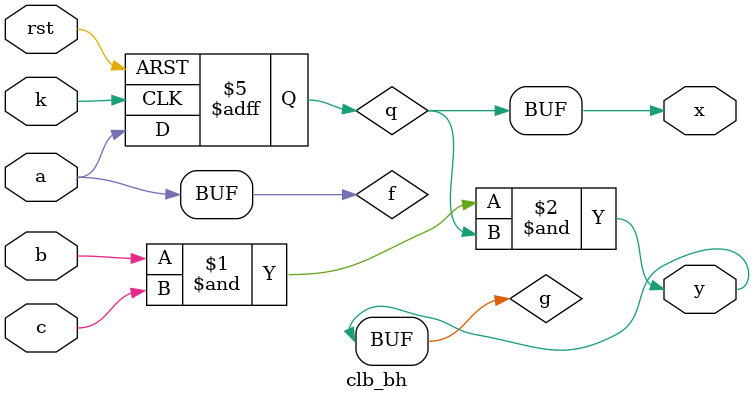
<source format=v>
module  clb_bh(
	input a,
	input b,
	input c,
	input k,
	input rst,
	output x,
	output y
);

	wire f, g;
	reg q;
	
	assign f = a;
	assign g = b & c & q;
	
	always @(posedge k, negedge rst) begin
		if (rst == 1'b0) begin
			q <= 1'b0;
		end else begin
			q <= f;
		end
	end
	
	assign x = q;
	assign y = g;

endmodule

</source>
